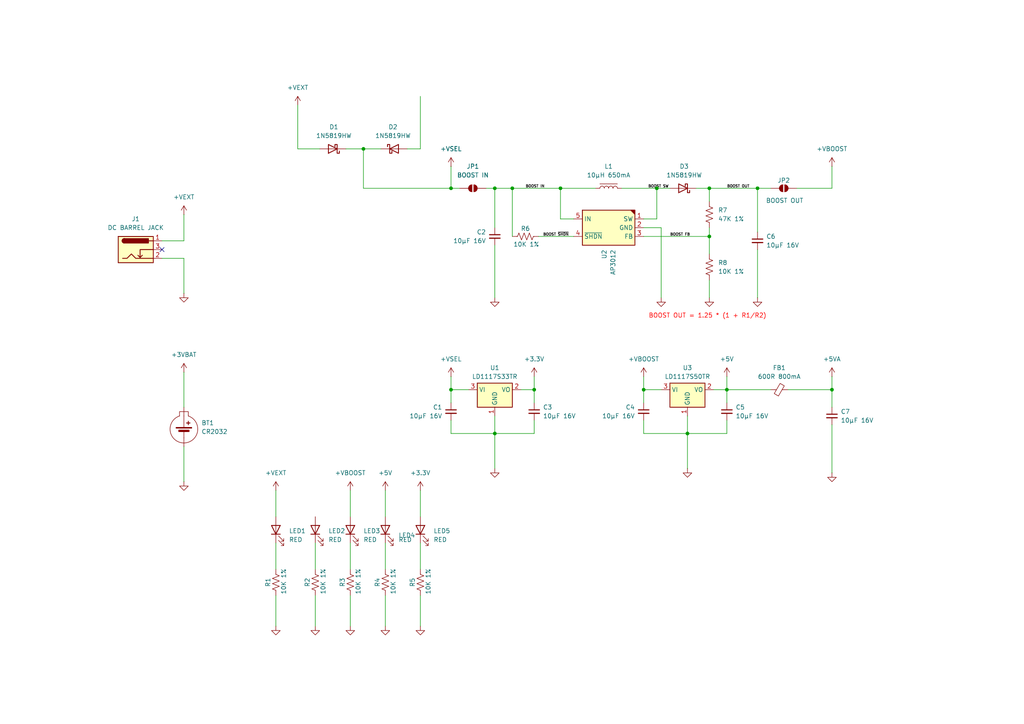
<source format=kicad_sch>
(kicad_sch (version 20231120) (generator "eeschema") (generator_version "8.0")
  (paper "A4")
  (lib_symbols
    (symbol "EMBARCADOS_-_CURSO_PCB[1]:+5V" (power) (pin_numbers hide) (pin_names (offset 0) hide)
      (property "Value" "+5V" (at 0 3.556 0))
      (symbol "+5V_0_1"
        (polyline (pts (xy -0.762 1.27) (xy 0 2.54)))
        (polyline (pts (xy 0 0) (xy 0 2.54)))
        (polyline (pts (xy 0 2.54) (xy 0.762 1.27)))
      )
      (symbol "+5V_1_1"
        (pin power_in line (at 0 0 90) (length 0) (name "~") (number "1"))
      )
    )
    (symbol "EMBARCADOS_-_CURSO_PCB[1]:AUX JUMPER SOLDER OPEN" (pin_numbers hide) (pin_names (offset 0) hide) (exclude_from_sim yes) (in_bom no)
      (property "Reference" "JP" (at 0 2.032 0))
      (property "Value" "SolderJumper_2_Open" (at 0 -2.54 0))
      (symbol "AUX JUMPER SOLDER OPEN_0_1"
        (arc (start -0.254 1.016) (mid -1.2656 0) (end -0.254 -1.016))
        (arc (start -0.254 1.016) (mid -1.2656 0) (end -0.254 -1.016) (fill (type outline)))
        (polyline (pts (xy -0.254 1.016) (xy -0.254 -1.016)))
        (polyline (pts (xy 0.254 1.016) (xy 0.254 -1.016)))
        (arc (start 0.254 -1.016) (mid 1.2656 0) (end 0.254 1.016))
        (arc (start 0.254 -1.016) (mid 1.2656 0) (end 0.254 1.016) (fill (type outline)))
      )
      (symbol "AUX JUMPER SOLDER OPEN_1_1"
        (pin passive line (at -3.81 0 0) (length 2.54) (name "A") (number "1"))
        (pin passive line (at 3.81 0 180) (length 2.54) (name "B") (number "2"))
      )
    )
    (symbol "EMBARCADOS_-_CURSO_PCB[1]:BATTERY HOLDER CR2032" (pin_numbers hide) (pin_names (offset 0) hide)
      (property "Reference" "BT" (at 4.318 1.27 0))
      (property "Value" "CR2032" (at 4.318 -1.27 0))
      (symbol "BATTERY HOLDER CR2032_0_1"
        (rectangle (start -2.286 0.508) (end 2.286 0.254) (fill (type outline)))
        (rectangle (start -1.524 -0.254) (end 1.524 -0.762) (fill (type outline)))
        (arc (start -1.27 3.81) (mid 0 -4.0161) (end 1.27 3.81))
        (polyline (pts (xy 0 -0.508) (xy 0 -2.54)))
        (polyline (pts (xy 0 0.508) (xy 0 3.81)))
        (polyline (pts (xy 0.762 1.778) (xy 1.778 1.778)) (stroke (width 0.254)))
        (polyline (pts (xy 1.27 2.286) (xy 1.27 1.27)) (stroke (width 0.254)))
        (polyline (pts (xy -1.27 3.81) (xy -1.27 5.08) (xy 1.27 5.08) (xy 1.27 3.81)))
      )
      (symbol "BATTERY HOLDER CR2032_1_1"
        (pin passive line (at 0 6.35 270) (length 2.54) (name "+") (number "1"))
        (pin passive line (at 0 -5.08 90) (length 2.54) (name "-") (number "2"))
      )
    )
    (symbol "EMBARCADOS_-_CURSO_PCB[1]:CAP 0805 10uF 16V AVX KGM21AR71C106K" (pin_numbers hide) (pin_names (offset 0.254) hide)
      (property "Reference" "C" (at 0.254 1.778 0))
      (property "Value" "10µF 16V" (at 0.254 -2.032 0))
      (symbol "CAP 0805 10uF 16V AVX KGM21AR71C106K_0_1"
        (polyline (pts (xy -1.524 -0.508) (xy 1.524 -0.508)) (stroke (width 0.3302)))
        (polyline (pts (xy -1.524 0.508) (xy 1.524 0.508)) (stroke (width 0.3048)))
      )
      (symbol "CAP 0805 10uF 16V AVX KGM21AR71C106K_1_1"
        (pin passive line (at 0 2.54 270) (length 2.032) (name "~") (number "1"))
        (pin passive line (at 0 -2.54 90) (length 2.032) (name "~") (number "2"))
      )
    )
    (symbol "EMBARCADOS_-_CURSO_PCB[1]:CONN DC BARREL JACK WÜRTH ELEKTRONIK 694108301002" (pin_names hide)
      (property "Reference" "J" (at 0 5.334 0))
      (property "Value" "DC BARREL JACK" (at 0 -5.08 0))
      (symbol "CONN DC BARREL JACK WÜRTH ELEKTRONIK 694108301002_0_1"
        (rectangle (start -5.08 3.81) (end 5.08 -3.81) (stroke (width 0.254)) (fill (type background)))
        (arc (start -3.302 3.175) (mid -3.9343 2.54) (end -3.302 1.905) (stroke (width 0.254)))
        (arc (start -3.302 3.175) (mid -3.9343 2.54) (end -3.302 1.905) (stroke (width 0.254)) (fill (type outline)))
        (polyline (pts (xy 1.27 -2.286) (xy 1.905 -1.651)) (stroke (width 0.254)))
        (polyline (pts (xy 5.08 2.54) (xy 3.81 2.54)) (stroke (width 0.254)))
        (polyline (pts (xy 5.08 0) (xy 1.27 0) (xy 1.27 -2.286) (xy 0.635 -1.651)) (stroke (width 0.254)))
        (polyline (pts (xy -3.81 -2.54) (xy -2.54 -2.54) (xy -1.27 -1.27) (xy 0 -2.54) (xy 2.54 -2.54) (xy 5.08 -2.54)) (stroke (width 0.254)))
        (rectangle (start 3.683 3.175) (end -3.302 1.905) (stroke (width 0.254)) (fill (type outline)))
      )
      (symbol "CONN DC BARREL JACK WÜRTH ELEKTRONIK 694108301002_1_1"
        (pin passive line (at 7.62 2.54 180) (length 2.54) (name "~") (number "1"))
        (pin passive line (at 7.62 -2.54 180) (length 2.54) (name "~") (number "2"))
        (pin passive line (at 7.62 0 180) (length 2.54) (name "~") (number "3"))
      )
    )
    (symbol "EMBARCADOS_-_CURSO_PCB[1]:DIODE SCHOTTKY 1N5819WS SOD-123 DIODES INC" (pin_numbers hide) (pin_names (offset 1.016) hide)
      (property "Reference" "D" (at 0 2.54 0))
      (property "Value" "1N5819HW" (at 0 -2.54 0))
      (symbol "DIODE SCHOTTKY 1N5819WS SOD-123 DIODES INC_0_1"
        (polyline (pts (xy 1.27 0) (xy -1.27 0)))
        (polyline (pts (xy 1.27 1.27) (xy 1.27 -1.27) (xy -1.27 0) (xy 1.27 1.27)) (stroke (width 0.254)))
        (polyline (pts (xy -1.905 0.635) (xy -1.905 1.27) (xy -1.27 1.27) (xy -1.27 -1.27) (xy -0.635 -1.27) (xy -0.635 -0.635)) (stroke (width 0.254)))
      )
      (symbol "DIODE SCHOTTKY 1N5819WS SOD-123 DIODES INC_1_1"
        (pin passive line (at -3.81 0 0) (length 2.54) (name "K") (number "1"))
        (pin passive line (at 3.81 0 180) (length 2.54) (name "A") (number "2"))
      )
    )
    (symbol "EMBARCADOS_-_CURSO_PCB[1]:FB 0603 600R 800mA WÜRTH ELEKTRONIK  742792651" (pin_numbers hide) (pin_names (offset 0))
      (property "Reference" "FB" (at 1.905 1.27 0))
      (property "Value" "600R 800mA" (at 1.905 -1.27 0))
      (symbol "FB 0603 600R 800mA WÜRTH ELEKTRONIK  742792651_0_1"
        (polyline (pts (xy 0 -1.27) (xy 0 -0.7874)))
        (polyline (pts (xy 0 0.889) (xy 0 1.2954)))
        (polyline (pts (xy -1.8288 0.2794) (xy -1.1176 1.4986) (xy 1.8288 -0.2032) (xy 1.1176 -1.4224) (xy -1.8288 0.2794)))
      )
      (symbol "FB 0603 600R 800mA WÜRTH ELEKTRONIK  742792651_1_1"
        (pin passive line (at 0 2.54 270) (length 1.27) (name "~") (number "1"))
        (pin passive line (at 0 -2.54 90) (length 1.27) (name "~") (number "2"))
      )
    )
    (symbol "EMBARCADOS_-_CURSO_PCB[1]:IC DC-DC BOOST AP3012 DIODES"
      (property "Reference" "U" (at 0 6.35 0))
      (property "Value" "AP3012" (at 0 -6.35 0))
      (symbol "IC DC-DC BOOST AP3012 DIODES_0_1"
        (rectangle (start -7.62 5.08) (end 7.62 -5.08) (stroke (width 0.254)) (fill (type background)))
      )
      (symbol "IC DC-DC BOOST AP3012 DIODES_1_1"
        (polyline (pts (xy -7.62 5.08) (xy -6.35 5.08) (xy -7.62 3.81)) (fill (type outline)))
        (pin passive line (at -10.16 2.54 0) (length 2.54) (name "SW") (number "1"))
        (pin power_in line (at -10.16 0 0) (length 2.54) (name "GND") (number "2"))
        (pin input line (at -10.16 -2.54 0) (length 2.54) (name "FB") (number "3"))
        (pin input line (at 10.16 -2.54 180) (length 2.54) (name "~{SHDN}") (number "4"))
        (pin power_in line (at 10.16 2.54 180) (length 2.54) (name "IN") (number "5"))
      )
    )
    (symbol "EMBARCADOS_-_CURSO_PCB[1]:IC DC-DC LDO LD1117S33TR SOT223"
      (property "Reference" "U" (at -3.81 3.175 0))
      (property "Value" "LD1117S33TR" (at 0 3.175 0))
      (symbol "IC DC-DC LDO LD1117S33TR SOT223_0_1"
        (rectangle (start -5.08 -5.08) (end 5.08 1.905) (stroke (width 0.254)) (fill (type background)))
      )
      (symbol "IC DC-DC LDO LD1117S33TR SOT223_1_1"
        (pin power_in line (at 0 -7.62 90) (length 2.54) (name "GND") (number "1"))
        (pin power_out line (at 7.62 0 180) (length 2.54) (name "VO") (number "2"))
        (pin power_in line (at -7.62 0 0) (length 2.54) (name "VI") (number "3"))
      )
    )
    (symbol "EMBARCADOS_-_CURSO_PCB[1]:IC DC-DC LDO LD1117S50TR SOT223"
      (property "Reference" "U" (at -3.81 3.175 0))
      (property "Value" "LD1117S50TR" (at 0 3.175 0))
      (symbol "IC DC-DC LDO LD1117S50TR SOT223_0_1"
        (rectangle (start -5.08 -5.08) (end 5.08 1.905) (stroke (width 0.254)) (fill (type background)))
      )
      (symbol "IC DC-DC LDO LD1117S50TR SOT223_1_1"
        (pin power_in line (at 0 -7.62 90) (length 2.54) (name "GND") (number "1"))
        (pin power_out line (at 7.62 0 180) (length 2.54) (name "VO") (number "2"))
        (pin power_in line (at -7.62 0 0) (length 2.54) (name "VI") (number "3"))
      )
    )
    (symbol "EMBARCADOS_-_CURSO_PCB[1]:IND 2.5x2.0 10µH 650mA WÜRTH ELEKTRONIK 74404024100 " (pin_numbers hide) (pin_names (offset 1.016) hide)
      (property "Reference" "L" (at -1.27 0 90))
      (property "Value" "10µH 650mA" (at 2.794 0 90))
      (symbol "IND 2.5x2.0 10µH 650mA WÜRTH ELEKTRONIK 74404024100 _0_1"
        (arc (start 0 -2.54) (mid 0.6323 -1.905) (end 0 -1.27))
        (arc (start 0 -1.27) (mid 0.6323 -0.635) (end 0 0))
        (polyline (pts (xy 1.27 2.54) (xy 1.27 -2.54)))
        (arc (start 0 0) (mid 0.6323 0.635) (end 0 1.27))
        (arc (start 0 1.27) (mid 0.6323 1.905) (end 0 2.54))
      )
      (symbol "IND 2.5x2.0 10µH 650mA WÜRTH ELEKTRONIK 74404024100 _1_1"
        (pin passive line (at 0 3.81 270) (length 1.27) (name "1") (number "1"))
        (pin passive line (at 0 -3.81 90) (length 1.27) (name "2") (number "2"))
      )
    )
    (symbol "EMBARCADOS_-_CURSO_PCB[1]:LED 0603 RED WÜRTH ELEKTRONIK 150060SS55040 " (pin_numbers hide) (pin_names (offset 1.016) hide)
      (property "Reference" "LED" (at 0 2.54 0))
      (property "Value" "RED" (at 0 -2.54 0))
      (symbol "LED 0603 RED WÜRTH ELEKTRONIK 150060SS55040 _0_1"
        (polyline (pts (xy -1.27 -1.27) (xy -1.27 1.27)) (stroke (width 0.254)))
        (polyline (pts (xy -1.27 0) (xy 1.27 0)))
        (polyline (pts (xy 1.27 -1.27) (xy 1.27 1.27) (xy -1.27 0) (xy 1.27 -1.27)) (stroke (width 0.254)))
        (polyline (pts (xy -3.048 -0.762) (xy -4.572 -2.286) (xy -3.81 -2.286) (xy -4.572 -2.286) (xy -4.572 -1.524)))
        (polyline (pts (xy -1.778 -0.762) (xy -3.302 -2.286) (xy -2.54 -2.286) (xy -3.302 -2.286) (xy -3.302 -1.524)))
      )
      (symbol "LED 0603 RED WÜRTH ELEKTRONIK 150060SS55040 _1_1"
        (pin passive line (at -3.81 0 0) (length 2.54) (name "K") (number "1"))
        (pin passive line (at 3.81 0 180) (length 2.54) (name "A") (number "2"))
      )
    )
    (symbol "EMBARCADOS_-_CURSO_PCB[1]:POWER GND" (power) (pin_numbers hide) (pin_names (offset 0) hide)
      (property "Value" "POWER GND" (at 0 -3.81 0))
      (symbol "POWER GND_0_1"
        (polyline (pts (xy 0 0) (xy 0 -1.27) (xy 1.27 -1.27) (xy 0 -2.54) (xy -1.27 -1.27) (xy 0 -1.27)))
      )
      (symbol "POWER GND_1_1"
        (pin power_in line (at 0 0 270) (length 0) (name "~") (number "1"))
      )
    )
    (symbol "EMBARCADOS_-_CURSO_PCB[1]:RES 0603 10K 1% VISHAY CRCW060310K0FK " (pin_numbers hide) (pin_names (offset 0))
      (property "Reference" "R" (at 2.54 0 90))
      (property "Value" "10K 1%" (at -2.54 0 90))
      (symbol "RES 0603 10K 1% VISHAY CRCW060310K0FK _0_1"
        (polyline (pts (xy 0 -2.286) (xy 0 -2.54)))
        (polyline (pts (xy 0 2.286) (xy 0 2.54)))
        (polyline (pts (xy 0 -0.762) (xy 1.016 -1.143) (xy 0 -1.524) (xy -1.016 -1.905) (xy 0 -2.286)))
        (polyline (pts (xy 0 0.762) (xy 1.016 0.381) (xy 0 0) (xy -1.016 -0.381) (xy 0 -0.762)))
        (polyline (pts (xy 0 2.286) (xy 1.016 1.905) (xy 0 1.524) (xy -1.016 1.143) (xy 0 0.762)))
      )
      (symbol "RES 0603 10K 1% VISHAY CRCW060310K0FK _1_1"
        (pin passive line (at 0 3.81 270) (length 1.27) (name "~") (number "1"))
        (pin passive line (at 0 -3.81 90) (length 1.27) (name "~") (number "2"))
      )
    )
    (symbol "EMBARCADOS_-_CURSO_PCB[1]:RES 0603 47K 1% VISHAY CRCW060347K0FK" (pin_numbers hide) (pin_names (offset 0))
      (property "Reference" "R" (at 2.54 0 90))
      (property "Value" "47K 1%" (at -2.54 0 90))
      (symbol "RES 0603 47K 1% VISHAY CRCW060347K0FK_0_1"
        (polyline (pts (xy 0 -2.286) (xy 0 -2.54)))
        (polyline (pts (xy 0 2.286) (xy 0 2.54)))
        (polyline (pts (xy 0 -0.762) (xy 1.016 -1.143) (xy 0 -1.524) (xy -1.016 -1.905) (xy 0 -2.286)))
        (polyline (pts (xy 0 0.762) (xy 1.016 0.381) (xy 0 0) (xy -1.016 -0.381) (xy 0 -0.762)))
        (polyline (pts (xy 0 2.286) (xy 1.016 1.905) (xy 0 1.524) (xy -1.016 1.143) (xy 0 0.762)))
      )
      (symbol "RES 0603 47K 1% VISHAY CRCW060347K0FK_1_1"
        (pin passive line (at 0 3.81 270) (length 1.27) (name "~") (number "1"))
        (pin passive line (at 0 -3.81 90) (length 1.27) (name "~") (number "2"))
      )
    )
  )
  (junction (at 130.81 54.61))
  (junction (at 154.94 113.03))
  (junction (at 130.81 113.03))
  (junction (at 205.74 54.61))
  (junction (at 219.71 54.61))
  (junction (at 199.39 125.73))
  (junction (at 210.82 113.03))
  (junction (at 186.69 113.03))
  (junction (at 205.74 68.58))
  (junction (at 190.5 54.61))
  (junction (at 143.51 54.61))
  (junction (at 148.59 54.61))
  (junction (at 143.51 125.73))
  (junction (at 105.41 43.18))
  (junction (at 241.3 113.03))
  (junction (at 162.56 54.61))
  (no_connect (at 46.99 72.39))
  (wire (pts (xy 190.5 54.61) (xy 194.31 54.61)))
  (wire (pts (xy 166.37 63.5) (xy 162.56 63.5)))
  (wire (pts (xy 205.74 81.28) (xy 205.74 86.36)))
  (wire (pts (xy 130.81 113.03) (xy 130.81 109.22)))
  (wire (pts (xy 86.36 30.48) (xy 86.36 43.18)))
  (wire (pts (xy 140.97 54.61) (xy 143.51 54.61)))
  (wire (pts (xy 143.51 71.12) (xy 143.51 86.36)))
  (wire (pts (xy 80.01 172.72) (xy 80.01 181.61)))
  (wire (pts (xy 46.99 69.85) (xy 53.34 69.85)))
  (wire (pts (xy 231.14 54.61) (xy 241.3 54.61)))
  (wire (pts (xy 186.69 125.73) (xy 199.39 125.73)))
  (wire (pts (xy 191.77 66.04) (xy 191.77 86.36)))
  (wire (pts (xy 210.82 109.22) (xy 210.82 113.03)))
  (wire (pts (xy 53.34 129.54) (xy 53.34 139.7)))
  (wire (pts (xy 210.82 113.03) (xy 223.52 113.03)))
  (wire (pts (xy 207.01 113.03) (xy 210.82 113.03)))
  (wire (pts (xy 191.77 113.03) (xy 186.69 113.03)))
  (wire (pts (xy 190.5 63.5) (xy 190.5 54.61)))
  (wire (pts (xy 143.51 120.65) (xy 143.51 125.73)))
  (wire (pts (xy 210.82 113.03) (xy 210.82 116.84)))
  (wire (pts (xy 105.41 43.18) (xy 110.49 43.18)))
  (wire (pts (xy 46.99 74.93) (xy 53.34 74.93)))
  (wire (pts (xy 130.81 54.61) (xy 130.81 48.26)))
  (wire (pts (xy 219.71 67.31) (xy 219.71 54.61)))
  (wire (pts (xy 118.11 43.18) (xy 121.92 43.18)))
  (wire (pts (xy 101.6 157.48) (xy 101.6 165.1)))
  (wire (pts (xy 186.69 109.22) (xy 186.69 113.03)))
  (wire (pts (xy 111.76 157.48) (xy 111.76 165.1)))
  (wire (pts (xy 130.81 113.03) (xy 130.81 116.84)))
  (wire (pts (xy 130.81 125.73) (xy 130.81 121.92)))
  (wire (pts (xy 154.94 109.22) (xy 154.94 113.03)))
  (wire (pts (xy 130.81 54.61) (xy 105.41 54.61)))
  (wire (pts (xy 111.76 142.24) (xy 111.76 149.86)))
  (wire (pts (xy 135.89 113.03) (xy 130.81 113.03)))
  (wire (pts (xy 154.94 125.73) (xy 154.94 121.92)))
  (wire (pts (xy 219.71 54.61) (xy 223.52 54.61)))
  (wire (pts (xy 80.01 157.48) (xy 80.01 165.1)))
  (wire (pts (xy 219.71 72.39) (xy 219.71 86.36)))
  (wire (pts (xy 241.3 123.19) (xy 241.3 137.16)))
  (wire (pts (xy 105.41 54.61) (xy 105.41 43.18)))
  (wire (pts (xy 199.39 125.73) (xy 199.39 135.89)))
  (wire (pts (xy 80.01 142.24) (xy 80.01 149.86)))
  (wire (pts (xy 210.82 125.73) (xy 210.82 121.92)))
  (wire (pts (xy 143.51 125.73) (xy 154.94 125.73)))
  (wire (pts (xy 199.39 120.65) (xy 199.39 125.73)))
  (wire (pts (xy 148.59 54.61) (xy 162.56 54.61)))
  (wire (pts (xy 241.3 113.03) (xy 241.3 118.11)))
  (wire (pts (xy 162.56 54.61) (xy 172.72 54.61)))
  (wire (pts (xy 162.56 63.5) (xy 162.56 54.61)))
  (wire (pts (xy 228.6 113.03) (xy 241.3 113.03)))
  (wire (pts (xy 201.93 54.61) (xy 205.74 54.61)))
  (wire (pts (xy 205.74 54.61) (xy 205.74 58.42)))
  (wire (pts (xy 148.59 54.61) (xy 148.59 68.58)))
  (wire (pts (xy 101.6 142.24) (xy 101.6 149.86)))
  (wire (pts (xy 111.76 172.72) (xy 111.76 181.61)))
  (wire (pts (xy 241.3 109.22) (xy 241.3 113.03)))
  (wire (pts (xy 130.81 54.61) (xy 133.35 54.61)))
  (wire (pts (xy 91.44 157.48) (xy 91.44 165.1)))
  (wire (pts (xy 166.37 68.58) (xy 156.21 68.58)))
  (wire (pts (xy 143.51 54.61) (xy 143.51 66.04)))
  (wire (pts (xy 180.34 54.61) (xy 190.5 54.61)))
  (wire (pts (xy 121.92 142.24) (xy 121.92 149.86)))
  (wire (pts (xy 186.69 68.58) (xy 205.74 68.58)))
  (wire (pts (xy 101.6 172.72) (xy 101.6 181.61)))
  (wire (pts (xy 53.34 69.85) (xy 53.34 62.23)))
  (wire (pts (xy 186.69 113.03) (xy 186.69 116.84)))
  (wire (pts (xy 86.36 43.18) (xy 92.71 43.18)))
  (wire (pts (xy 199.39 125.73) (xy 210.82 125.73)))
  (wire (pts (xy 186.69 66.04) (xy 191.77 66.04)))
  (wire (pts (xy 100.33 43.18) (xy 105.41 43.18)))
  (wire (pts (xy 241.3 54.61) (xy 241.3 48.26)))
  (wire (pts (xy 143.51 125.73) (xy 143.51 135.89)))
  (wire (pts (xy 151.13 113.03) (xy 154.94 113.03)))
  (wire (pts (xy 205.74 68.58) (xy 205.74 73.66)))
  (wire (pts (xy 205.74 68.58) (xy 205.74 66.04)))
  (wire (pts (xy 205.74 54.61) (xy 219.71 54.61)))
  (wire (pts (xy 53.34 74.93) (xy 53.34 85.09)))
  (wire (pts (xy 186.69 125.73) (xy 186.69 121.92)))
  (wire (pts (xy 53.34 107.95) (xy 53.34 118.11)))
  (wire (pts (xy 154.94 113.03) (xy 154.94 116.84)))
  (wire (pts (xy 121.92 27.94) (xy 121.92 43.18)))
  (wire (pts (xy 91.44 172.72) (xy 91.44 181.61)))
  (wire (pts (xy 121.92 157.48) (xy 121.92 165.1)))
  (wire (pts (xy 130.81 125.73) (xy 143.51 125.73)))
  (wire (pts (xy 186.69 63.5) (xy 190.5 63.5)))
  (wire (pts (xy 121.92 172.72) (xy 121.92 181.61)))
  (wire (pts (xy 143.51 54.61) (xy 148.59 54.61)))
  (text "BOOST OUT = 1.25 * (1 + R1/R2)" (at 205.232 91.694 0) (effects (font (size 1.27 1.27))))
  (label "BOOST ~{SHDN}" (at 157.48 68.58 0) (effects (font (size 0.762 0.762))))
  (label "BOOST OUT" (at 210.82 54.61 0) (effects (font (size 0.762 0.762))))
  (label "BOOST FB" (at 194.31 68.58 0) (effects (font (size 0.762 0.762))))
  (label "BOOST SW" (at 187.96 54.61 0) (effects (font (size 0.762 0.762))))
  (label "BOOST IN" (at 152.4 54.61 0) (effects (font (size 0.762 0.762))))
  (symbol (lib_id "EMBARCADOS_-_CURSO_PCB[1]:+5V") (at 130.81 109.22 0) (unit 1)
    (property "Reference" "#PWR016" (effects (hide yes)))
    (property "Value" "+VSEL" (at 130.81 104.14 0))
    (property "Description" "Power symbol creates a global label with name \"+5V\"" (effects (hide yes)))
  )
  (symbol (lib_id "EMBARCADOS_-_CURSO_PCB[1]:LED 0603 RED WÜRTH ELEKTRONIK 150060SS55040 ") (at 80.01 153.67 90) (unit 1)
    (property "Reference" "LED1" (at 83.82 153.9874 90) (effects (justify right)))
    (property "Value" "RED" (at 83.82 156.5274 90) (effects (justify right)))
    (property "Footprint" "EMBARCADOS - CURSO PCB:LED_0603_1608Metric" (effects (hide yes)))
    (property "Datasheet" "https://www.we-online.com/components/products/datasheet/150060SS55040.pdf" (effects (hide yes)))
    (property "Description" "Light emitting diode" (effects (hide yes)))
    (property "MPN" "150060SS55040 " (effects (hide yes)))
    (property "Manufacturer" "WÜRTH ELEKTRONIK " (effects (hide yes)))
    (property "3D Model" "KiCad" (effects (hide yes)))
    (property "Notes" "-" (effects (hide yes)))
    (property "LCSC Part # " "C128052 " (effects (hide yes)))
    (property "LCSC MPN " "19-213/R6C-AM2P1VY/3T " (effects (hide yes)))
    (property "LCSC MANUFACTURER " "EVERLIGHT " (effects (hide yes)))
  )
  (symbol (lib_id "EMBARCADOS_-_CURSO_PCB[1]:+5V") (at 154.94 109.22 0) (unit 1)
    (property "Reference" "#PWR019" (effects (hide yes)))
    (property "Value" "+3.3V" (at 154.94 104.14 0))
    (property "Description" "Power symbol creates a global label with name \"+5V\"" (effects (hide yes)))
  )
  (symbol (lib_id "EMBARCADOS_-_CURSO_PCB[1]:LED 0603 RED WÜRTH ELEKTRONIK 150060SS55040 ") (at 101.6 153.67 90) (unit 1)
    (property "Reference" "LED3" (at 105.41 153.9874 90) (effects (justify right)))
    (property "Value" "RED" (at 105.41 156.5274 90) (effects (justify right)))
    (property "Footprint" "EMBARCADOS - CURSO PCB:LED_0603_1608Metric" (effects (hide yes)))
    (property "Datasheet" "https://www.we-online.com/components/products/datasheet/150060SS55040.pdf" (effects (hide yes)))
    (property "Description" "Light emitting diode" (effects (hide yes)))
    (property "MPN" "150060SS55040 " (effects (hide yes)))
    (property "Manufacturer" "WÜRTH ELEKTRONIK " (effects (hide yes)))
    (property "3D Model" "KiCad" (effects (hide yes)))
    (property "Notes" "-" (effects (hide yes)))
    (property "LCSC Part # " "C128052 " (effects (hide yes)))
    (property "LCSC MPN " "19-213/R6C-AM2P1VY/3T " (effects (hide yes)))
    (property "LCSC MANUFACTURER " "EVERLIGHT " (effects (hide yes)))
  )
  (symbol (lib_id "EMBARCADOS_-_CURSO_PCB[1]:CAP 0805 10uF 16V AVX KGM21AR71C106K") (at 154.94 119.38 0) (unit 1)
    (property "Reference" "C3" (at 157.48 118.1162 0) (effects (justify left)))
    (property "Value" "10µF 16V" (at 157.48 120.6562 0) (effects (justify left)))
    (property "Footprint" "EMBARCADOS - CURSO PCB:C_0805_2012Metric" (effects (hide yes)))
    (property "Datasheet" "https://datasheets.kyocera-avx.com/KGM_X7R.pdf" (effects (hide yes)))
    (property "Description" "CAP 0805 10uF 16V AVX" (effects (hide yes)))
    (property "MPN" "KGM21AR71C106K " (effects (hide yes)))
    (property "Manufacturer" "KYOCERA/AVX " (effects (hide yes)))
    (property "3D Model" "KiCad" (effects (hide yes)))
    (property "Notes" "-" (effects (hide yes)))
    (property "LCSC Part # " "C15850 " (effects (hide yes)))
    (property "LCSC MPN " "CL21A106KAYNNNE " (effects (hide yes)))
    (property "LCSC MANUFACTURER " "SAMSUNG " (effects (hide yes)))
  )
  (symbol (lib_id "EMBARCADOS_-_CURSO_PCB[1]:AUX JUMPER SOLDER OPEN") (at 227.33 54.61 0) (unit 1) (exclude_from_sim yes) (in_bom no)
    (property "Reference" "JP2" (at 227.33 52.324 0))
    (property "Value" "BOOST OUT" (at 227.584 58.166 0))
    (property "Footprint" "EMBARCADOS - CURSO PCB:SolderJumper-2_P1.3mm_Open_RoundedPad1.0x1.5mm" (effects (hide yes)))
    (property "Description" "Solder Jumper, 2-pole, open" (effects (hide yes)))
  )
  (symbol (lib_id "EMBARCADOS_-_CURSO_PCB[1]:LED 0603 RED WÜRTH ELEKTRONIK 150060SS55040 ") (at 121.92 153.67 90) (unit 1)
    (property "Reference" "LED5" (at 125.73 153.9874 90) (effects (justify right)))
    (property "Value" "RED" (at 125.73 156.5274 90) (effects (justify right)))
    (property "Footprint" "EMBARCADOS - CURSO PCB:LED_0603_1608Metric" (effects (hide yes)))
    (property "Datasheet" "https://www.we-online.com/components/products/datasheet/150060SS55040.pdf" (effects (hide yes)))
    (property "Description" "Light emitting diode" (effects (hide yes)))
    (property "MPN" "150060SS55040 " (effects (hide yes)))
    (property "Manufacturer" "WÜRTH ELEKTRONIK " (effects (hide yes)))
    (property "3D Model" "KiCad" (effects (hide yes)))
    (property "Notes" "-" (effects (hide yes)))
    (property "LCSC Part # " "C128052 " (effects (hide yes)))
    (property "LCSC MPN " "19-213/R6C-AM2P1VY/3T " (effects (hide yes)))
    (property "LCSC MANUFACTURER " "EVERLIGHT " (effects (hide yes)))
  )
  (symbol (lib_id "EMBARCADOS_-_CURSO_PCB[1]:POWER GND") (at 143.51 86.36 0) (unit 1)
    (property "Reference" "#PWR017" (effects (hide yes)))
    (property "Value" "GND" (effects (hide yes)))
    (property "Description" "Power symbol creates a global label with name \"GND\" , ground" (effects (hide yes)))
  )
  (symbol (lib_id "EMBARCADOS_-_CURSO_PCB[1]:+5V") (at 210.82 109.22 0) (unit 1)
    (property "Reference" "#PWR024" (effects (hide yes)))
    (property "Value" "+5V" (at 210.82 104.14 0))
    (property "Description" "Power symbol creates a global label with name \"+5V\"" (effects (hide yes)))
  )
  (symbol (lib_id "EMBARCADOS_-_CURSO_PCB[1]:CAP 0805 10uF 16V AVX KGM21AR71C106K") (at 210.82 119.38 0) (unit 1)
    (property "Reference" "C5" (at 213.36 118.1162 0) (effects (justify left)))
    (property "Value" "10µF 16V" (at 213.36 120.6562 0) (effects (justify left)))
    (property "Footprint" "EMBARCADOS - CURSO PCB:C_0805_2012Metric" (effects (hide yes)))
    (property "Datasheet" "https://datasheets.kyocera-avx.com/KGM_X7R.pdf" (effects (hide yes)))
    (property "Description" "CAP 0805 10uF 16V AVX" (effects (hide yes)))
    (property "MPN" "KGM21AR71C106K " (effects (hide yes)))
    (property "Manufacturer" "KYOCERA/AVX " (effects (hide yes)))
    (property "3D Model" "KiCad" (effects (hide yes)))
    (property "Notes" "-" (effects (hide yes)))
    (property "LCSC Part # " "C15850 " (effects (hide yes)))
    (property "LCSC MPN " "CL21A106KAYNNNE " (effects (hide yes)))
    (property "LCSC MANUFACTURER " "SAMSUNG " (effects (hide yes)))
  )
  (symbol (lib_id "EMBARCADOS_-_CURSO_PCB[1]:IC DC-DC BOOST AP3012 DIODES") (at 176.53 66.04 0) (mirror y) (unit 1)
    (property "Reference" "U2" (at 175.2599 72.39 90) (effects (justify right)))
    (property "Value" "AP3012" (at 177.7999 72.39 90) (effects (justify right)))
    (property "Footprint" "EMBARCADOS - CURSO PCB:SOT-23-5" (effects (hide yes)))
    (property "Datasheet" "https://www.diodes.com/datasheet/download/AP3012.pdf" (effects (hide yes)))
    (property "Description" "500mA, Adjustable Step-Up Voltage Regulator, 1.5MHz Frequency, SOT-23-5" (effects (hide yes)))
    (property "MPN" "AP3012KTR-E1" (effects (hide yes)))
    (property "Manufacturer" "DIODES INCORPORATED " (effects (hide yes)))
    (property "3D Model" "KiCad" (effects (hide yes)))
    (property "Notes" "-" (effects (hide yes)))
    (property "LCSC Part # " "C460356 " (effects (hide yes)))
    (property "LCSC MPN " "AP3012KTR-E1 " (effects (hide yes)))
    (property "LCSC MANUFACTURER " "DIODES INCORPORATED " (effects (hide yes)))
  )
  (symbol (lib_id "EMBARCADOS_-_CURSO_PCB[1]:+5V") (at 186.69 109.22 0) (unit 1)
    (property "Reference" "#PWR020" (effects (hide yes)))
    (property "Value" "+VBOOST" (at 186.69 104.14 0))
    (property "Description" "Power symbol creates a global label with name \"+5V\"" (effects (hide yes)))
  )
  (symbol (lib_id "EMBARCADOS_-_CURSO_PCB[1]:CONN DC BARREL JACK WÜRTH ELEKTRONIK 694108301002") (at 39.37 72.39 0) (unit 1)
    (property "Reference" "J1" (at 39.37 63.5 0))
    (property "Value" "DC BARREL JACK" (at 39.37 66.04 0))
    (property "Footprint" "EMBARCADOS - CURSO PCB:BarrelJack_GCT_DCJ200-10-A_Horizontal" (effects (hide yes)))
    (property "Datasheet" "https://www.we-online.com/components/products/datasheet/694108301002.pdf" (effects (hide yes)))
    (property "Description" "DC Barrel Jack with an internal switch" (effects (hide yes)))
    (property "MPN" "694108301002" (effects (hide yes)))
    (property "Manufacturer" "WÜRTH ELEKTRONIK " (effects (hide yes)))
    (property "3D Model" "https://www.we-online.com/components/products/download/Download_IGES_694108301002%20%28rev1%29.iges" (effects (hide yes)))
    (property "Notes" "THRU HOLE" (effects (hide yes)))
    (property "LCSC Part # " "-" (effects (hide yes)))
    (property "LCSC MPN " "-" (effects (hide yes)))
    (property "LCSC MANUFACTURER " "-" (effects (hide yes)))
  )
  (symbol (lib_id "EMBARCADOS_-_CURSO_PCB[1]:POWER GND") (at 111.76 181.61 0) (unit 1)
    (property "Reference" "#PWR012" (effects (hide yes)))
    (property "Value" "GND" (effects (hide yes)))
    (property "Description" "Power symbol creates a global label with name \"GND\" , ground" (effects (hide yes)))
  )
  (symbol (lib_id "EMBARCADOS_-_CURSO_PCB[1]:+5V") (at 101.6 142.24 0) (unit 1)
    (property "Reference" "#PWR09" (effects (hide yes)))
    (property "Value" "+VBOOST" (at 101.6 137.16 0))
    (property "Description" "Power symbol creates a global label with name \"+5V\"" (effects (hide yes)))
  )
  (symbol (lib_id "EMBARCADOS_-_CURSO_PCB[1]:RES 0603 10K 1% VISHAY CRCW060310K0FK ") (at 152.4 68.58 90) (unit 1)
    (property "Reference" "R6" (at 152.4 66.294 90))
    (property "Value" "10K 1%" (at 152.654 70.866 90))
    (property "Footprint" "EMBARCADOS - CURSO PCB:R_0603_1608Metric" (effects (hide yes)))
    (property "Datasheet" "https://www.we-online.com/components/products/datasheet/61300411821.pdf" (effects (hide yes)))
    (property "Description" "RES 0603 10K 1% VISHAY" (effects (hide yes)))
    (property "MPN" "CRCW060310K0FK " (effects (hide yes)))
    (property "Manufacturer" "VISHAY " (effects (hide yes)))
    (property "3D Model" "KiCad" (effects (hide yes)))
    (property "Notes" "-" (effects (hide yes)))
    (property "LCSC Part # " "C25804 " (effects (hide yes)))
    (property "LCSC MPN " "0603WAF1002T5E " (effects (hide yes)))
    (property "LCSC MANUFACTURER " "UNI-ROYAL " (effects (hide yes)))
  )
  (symbol (lib_id "EMBARCADOS_-_CURSO_PCB[1]:POWER GND") (at 205.74 86.36 0) (unit 1)
    (property "Reference" "#PWR023" (effects (hide yes)))
    (property "Value" "GND" (effects (hide yes)))
    (property "Description" "Power symbol creates a global label with name \"GND\" , ground" (effects (hide yes)))
  )
  (symbol (lib_id "EMBARCADOS_-_CURSO_PCB[1]:RES 0603 10K 1% VISHAY CRCW060310K0FK ") (at 101.6 168.91 180) (unit 1)
    (property "Reference" "R3" (at 99.314 168.91 90))
    (property "Value" "10K 1%" (at 103.886 168.656 90))
    (property "Footprint" "EMBARCADOS - CURSO PCB:R_0603_1608Metric" (effects (hide yes)))
    (property "Datasheet" "https://www.we-online.com/components/products/datasheet/61300411821.pdf" (effects (hide yes)))
    (property "Description" "RES 0603 10K 1% VISHAY" (effects (hide yes)))
    (property "MPN" "CRCW060310K0FK " (effects (hide yes)))
    (property "Manufacturer" "VISHAY " (effects (hide yes)))
    (property "3D Model" "KiCad" (effects (hide yes)))
    (property "Notes" "-" (effects (hide yes)))
    (property "LCSC Part # " "C25804 " (effects (hide yes)))
    (property "LCSC MPN " "0603WAF1002T5E " (effects (hide yes)))
    (property "LCSC MANUFACTURER " "UNI-ROYAL " (effects (hide yes)))
  )
  (symbol (lib_id "EMBARCADOS_-_CURSO_PCB[1]:RES 0603 10K 1% VISHAY CRCW060310K0FK ") (at 80.01 168.91 180) (unit 1)
    (property "Reference" "R1" (at 77.724 168.91 90))
    (property "Value" "10K 1%" (at 82.296 168.656 90))
    (property "Footprint" "EMBARCADOS - CURSO PCB:R_0603_1608Metric" (effects (hide yes)))
    (property "Datasheet" "https://www.we-online.com/components/products/datasheet/61300411821.pdf" (effects (hide yes)))
    (property "Description" "RES 0603 10K 1% VISHAY" (effects (hide yes)))
    (property "MPN" "CRCW060310K0FK " (effects (hide yes)))
    (property "Manufacturer" "VISHAY " (effects (hide yes)))
    (property "3D Model" "KiCad" (effects (hide yes)))
    (property "Notes" "-" (effects (hide yes)))
    (property "LCSC Part # " "C25804 " (effects (hide yes)))
    (property "LCSC MPN " "0603WAF1002T5E " (effects (hide yes)))
    (property "LCSC MANUFACTURER " "UNI-ROYAL " (effects (hide yes)))
  )
  (symbol (lib_id "EMBARCADOS_-_CURSO_PCB[1]:CAP 0805 10uF 16V AVX KGM21AR71C106K") (at 241.3 120.65 0) (unit 1)
    (property "Reference" "C7" (at 243.84 119.3862 0) (effects (justify left)))
    (property "Value" "10µF 16V" (at 243.84 121.9262 0) (effects (justify left)))
    (property "Footprint" "EMBARCADOS - CURSO PCB:C_0805_2012Metric" (effects (hide yes)))
    (property "Datasheet" "https://datasheets.kyocera-avx.com/KGM_X7R.pdf" (effects (hide yes)))
    (property "Description" "CAP 0805 10uF 16V AVX" (effects (hide yes)))
    (property "MPN" "KGM21AR71C106K " (effects (hide yes)))
    (property "Manufacturer" "KYOCERA/AVX " (effects (hide yes)))
    (property "3D Model" "KiCad" (effects (hide yes)))
    (property "Notes" "-" (effects (hide yes)))
    (property "LCSC Part # " "C15850 " (effects (hide yes)))
    (property "LCSC MPN " "CL21A106KAYNNNE " (effects (hide yes)))
    (property "LCSC MANUFACTURER " "SAMSUNG " (effects (hide yes)))
  )
  (symbol (lib_id "EMBARCADOS_-_CURSO_PCB[1]:+5V") (at 241.3 109.22 0) (unit 1)
    (property "Reference" "#PWR027" (effects (hide yes)))
    (property "Value" "+5VA" (at 241.3 104.14 0))
    (property "Description" "Power symbol creates a global label with name \"+5V\"" (effects (hide yes)))
  )
  (symbol (lib_id "EMBARCADOS_-_CURSO_PCB[1]:POWER GND") (at 241.3 137.16 0) (unit 1)
    (property "Reference" "#PWR028" (effects (hide yes)))
    (property "Value" "GND" (effects (hide yes)))
    (property "Description" "Power symbol creates a global label with name \"GND\" , ground" (effects (hide yes)))
  )
  (symbol (lib_id "EMBARCADOS_-_CURSO_PCB[1]:+5V") (at 80.01 142.24 0) (unit 1)
    (property "Reference" "#PWR05" (effects (hide yes)))
    (property "Value" "+VEXT" (at 80.01 137.16 0))
    (property "Description" "Power symbol creates a global label with name \"+5V\"" (effects (hide yes)))
  )
  (symbol (lib_id "EMBARCADOS_-_CURSO_PCB[1]:POWER GND") (at 80.01 181.61 0) (unit 1)
    (property "Reference" "#PWR06" (effects (hide yes)))
    (property "Value" "GND" (effects (hide yes)))
    (property "Description" "Power symbol creates a global label with name \"GND\" , ground" (effects (hide yes)))
  )
  (symbol (lib_id "EMBARCADOS_-_CURSO_PCB[1]:AUX JUMPER SOLDER OPEN") (at 137.16 54.61 0) (unit 1) (exclude_from_sim yes) (in_bom no)
    (property "Reference" "JP1" (at 137.16 48.26 0))
    (property "Value" "BOOST IN" (at 137.16 50.8 0))
    (property "Footprint" "EMBARCADOS - CURSO PCB:SolderJumper-2_P1.3mm_Open_RoundedPad1.0x1.5mm" (effects (hide yes)))
    (property "Description" "Solder Jumper, 2-pole, open" (effects (hide yes)))
  )
  (symbol (lib_id "EMBARCADOS_-_CURSO_PCB[1]:DIODE SCHOTTKY 1N5819WS SOD-123 DIODES INC") (at 198.12 54.61 180) (unit 1)
    (property "Reference" "D3" (at 198.4375 48.26 0))
    (property "Value" "1N5819HW" (at 198.4375 50.8 0))
    (property "Footprint" "EMBARCADOS - CURSO PCB:D_SOD-123" (effects (hide yes)))
    (property "Datasheet" "https://www.diodes.com/datasheet/download/1N5819HW.pdf" (effects (hide yes)))
    (property "Description" "40V 600mV@1A 1A SOD-323 Schottky Barrier Diodes, SOD-323" (effects (hide yes)))
    (property "MPN" "1N5819HW-7-F " (effects (hide yes)))
    (property "Manufacturer" "DIODES INCORPORATED " (effects (hide yes)))
    (property "3D Model" "KiCad" (effects (hide yes)))
    (property "Notes" "-" (effects (hide yes)))
    (property "LCSC Part # " "C82544 " (effects (hide yes)))
    (property "LCSC MPN " "1N5819HW-7-F " (effects (hide yes)))
    (property "LCSC MANUFACTURER " "DIODES INCORPORATED " (effects (hide yes)))
  )
  (symbol (lib_id "EMBARCADOS_-_CURSO_PCB[1]:CAP 0805 10uF 16V AVX KGM21AR71C106K") (at 219.71 69.85 0) (unit 1)
    (property "Reference" "C6" (at 222.25 68.5862 0) (effects (justify left)))
    (property "Value" "10µF 16V" (at 222.25 71.1262 0) (effects (justify left)))
    (property "Footprint" "EMBARCADOS - CURSO PCB:C_0805_2012Metric" (effects (hide yes)))
    (property "Datasheet" "https://datasheets.kyocera-avx.com/KGM_X7R.pdf" (effects (hide yes)))
    (property "Description" "CAP 0805 10uF 16V AVX" (effects (hide yes)))
    (property "MPN" "KGM21AR71C106K " (effects (hide yes)))
    (property "Manufacturer" "KYOCERA/AVX " (effects (hide yes)))
    (property "3D Model" "KiCad" (effects (hide yes)))
    (property "Notes" "-" (effects (hide yes)))
    (property "LCSC Part # " "C15850 " (effects (hide yes)))
    (property "LCSC MPN " "CL21A106KAYNNNE " (effects (hide yes)))
    (property "LCSC MANUFACTURER " "SAMSUNG " (effects (hide yes)))
  )
  (symbol (lib_id "EMBARCADOS_-_CURSO_PCB[1]:RES 0603 10K 1% VISHAY CRCW060310K0FK ") (at 111.76 168.91 180) (unit 1)
    (property "Reference" "R4" (at 109.474 168.91 90))
    (property "Value" "10K 1%" (at 114.046 168.656 90))
    (property "Footprint" "EMBARCADOS - CURSO PCB:R_0603_1608Metric" (effects (hide yes)))
    (property "Datasheet" "https://www.we-online.com/components/products/datasheet/61300411821.pdf" (effects (hide yes)))
    (property "Description" "RES 0603 10K 1% VISHAY" (effects (hide yes)))
    (property "MPN" "CRCW060310K0FK " (effects (hide yes)))
    (property "Manufacturer" "VISHAY " (effects (hide yes)))
    (property "3D Model" "KiCad" (effects (hide yes)))
    (property "Notes" "-" (effects (hide yes)))
    (property "LCSC Part # " "C25804 " (effects (hide yes)))
    (property "LCSC MPN " "0603WAF1002T5E " (effects (hide yes)))
    (property "LCSC MANUFACTURER " "UNI-ROYAL " (effects (hide yes)))
  )
  (symbol (lib_id "EMBARCADOS_-_CURSO_PCB[1]:+5V") (at 241.3 48.26 0) (unit 1)
    (property "Reference" "#PWR026" (effects (hide yes)))
    (property "Value" "+VBOOST" (at 241.3 43.18 0))
    (property "Description" "Power symbol creates a global label with name \"+5V\"" (effects (hide yes)))
  )
  (symbol (lib_id "EMBARCADOS_-_CURSO_PCB[1]:IC DC-DC LDO LD1117S50TR SOT223") (at 199.39 113.03 0) (unit 1)
    (property "Reference" "U3" (at 199.39 106.68 0))
    (property "Value" "LD1117S50TR" (at 199.39 109.22 0))
    (property "Footprint" "EMBARCADOS - CURSO PCB:SOT-223-3_TabPin2" (effects (hide yes)))
    (property "Datasheet" "https://www.st.com/resource/en/datasheet/ld1117.pdf" (effects (hide yes)))
    (property "Description" "800mA Fixed Low Drop Positive Voltage Regulator, Fixed Output 5.0V, SOT-223" (effects (hide yes)))
    (property "MPN" "LD1117S50TR " (effects (hide yes)))
    (property "Manufacturer" "STMICROELECTRONICS " (effects (hide yes)))
    (property "3D Model" "KiCad" (effects (hide yes)))
    (property "Notes" "-" (effects (hide yes)))
    (property "LCSC Part # " "C6187 " (effects (hide yes)))
    (property "LCSC MPN " "AMS1117-5.0 " (effects (hide yes)))
    (property "LCSC MANUFACTURER " "ADVANCED MONOLITHIC SYSTEMS " (effects (hide yes)))
  )
  (symbol (lib_id "EMBARCADOS_-_CURSO_PCB[1]:LED 0603 RED WÜRTH ELEKTRONIK 150060SS55040 ") (at 111.76 153.67 90) (unit 1)
    (property "Reference" "LED4" (at 115.57 155.2574 90) (effects (justify right)))
    (property "Value" "RED" (at 115.57 156.5274 90) (effects (justify right)))
    (property "Footprint" "EMBARCADOS - CURSO PCB:LED_0603_1608Metric" (effects (hide yes)))
    (property "Datasheet" "https://www.we-online.com/components/products/datasheet/150060SS55040.pdf" (effects (hide yes)))
    (property "Description" "Light emitting diode" (effects (hide yes)))
    (property "MPN" "150060SS55040 " (effects (hide yes)))
    (property "Manufacturer" "WÜRTH ELEKTRONIK " (effects (hide yes)))
    (property "3D Model" "KiCad" (effects (hide yes)))
    (property "Notes" "-" (effects (hide yes)))
    (property "LCSC Part # " "C128052 " (effects (hide yes)))
    (property "LCSC MPN " "19-213/R6C-AM2P1VY/3T " (effects (hide yes)))
    (property "LCSC MANUFACTURER " "EVERLIGHT " (effects (hide yes)))
  )
  (symbol (lib_id "EMBARCADOS_-_CURSO_PCB[1]:+5V") (at 53.34 62.23 0) (unit 1)
    (property "Reference" "#PWR01" (effects (hide yes)))
    (property "Value" "+VEXT" (at 53.34 57.15 0))
    (property "Description" "Power symbol creates a global label with name \"+5V\"" (effects (hide yes)))
  )
  (symbol (lib_id "EMBARCADOS_-_CURSO_PCB[1]:POWER GND") (at 219.71 86.36 0) (unit 1)
    (property "Reference" "#PWR025" (effects (hide yes)))
    (property "Value" "GND" (effects (hide yes)))
    (property "Description" "Power symbol creates a global label with name \"GND\" , ground" (effects (hide yes)))
  )
  (symbol (lib_id "EMBARCADOS_-_CURSO_PCB[1]:DIODE SCHOTTKY 1N5819WS SOD-123 DIODES INC") (at 96.52 43.18 180) (unit 1)
    (property "Reference" "D1" (at 96.8375 36.83 0))
    (property "Value" "1N5819HW" (at 96.8375 39.37 0))
    (property "Footprint" "EMBARCADOS - CURSO PCB:D_SOD-123" (effects (hide yes)))
    (property "Datasheet" "https://www.diodes.com/datasheet/download/1N5819HW.pdf" (effects (hide yes)))
    (property "Description" "40V 600mV@1A 1A SOD-323 Schottky Barrier Diodes, SOD-323" (effects (hide yes)))
    (property "MPN" "1N5819HW-7-F " (effects (hide yes)))
    (property "Manufacturer" "DIODES INCORPORATED " (effects (hide yes)))
    (property "3D Model" "KiCad" (effects (hide yes)))
    (property "Notes" "-" (effects (hide yes)))
    (property "LCSC Part # " "C82544 " (effects (hide yes)))
    (property "LCSC MPN " "1N5819HW-7-F " (effects (hide yes)))
    (property "LCSC MANUFACTURER " "DIODES INCORPORATED " (effects (hide yes)))
  )
  (symbol (lib_id "EMBARCADOS_-_CURSO_PCB[1]:POWER GND") (at 101.6 181.61 0) (unit 1)
    (property "Reference" "#PWR010" (effects (hide yes)))
    (property "Value" "GND" (effects (hide yes)))
    (property "Description" "Power symbol creates a global label with name \"GND\" , ground" (effects (hide yes)))
  )
  (symbol (lib_id "EMBARCADOS_-_CURSO_PCB[1]:+5V") (at 111.76 142.24 0) (unit 1)
    (property "Reference" "#PWR011" (effects (hide yes)))
    (property "Value" "+5V" (at 111.76 137.16 0))
    (property "Description" "Power symbol creates a global label with name \"+5V\"" (effects (hide yes)))
  )
  (symbol (lib_id "EMBARCADOS_-_CURSO_PCB[1]:FB 0603 600R 800mA WÜRTH ELEKTRONIK  742792651") (at 226.06 113.03 90) (unit 1)
    (property "Reference" "FB1" (at 226.0219 106.68 90))
    (property "Value" "600R 800mA" (at 226.0219 109.22 90))
    (property "Footprint" "EMBARCADOS - CURSO PCB:L_0603_1608Metric" (effects (hide yes)))
    (property "Datasheet" "https://www.we-online.com/components/products/datasheet/742792651.pdf" (effects (hide yes)))
    (property "Description" "Ferrite bead, small symbol" (effects (hide yes)))
    (property "MPN" "742792651 " (effects (hide yes)))
    (property "Manufacturer" "WÜRTH ELEKTRONIK " (effects (hide yes)))
    (property "3D Model" "KiCad" (effects (hide yes)))
    (property "Notes" "-" (effects (hide yes)))
    (property "LCSC Part # " "C963865 " (effects (hide yes)))
    (property "LCSC MPN " "ACMS160808A1213A " (effects (hide yes)))
    (property "LCSC MANUFACTURER " "HYHONGYEX " (effects (hide yes)))
  )
  (symbol (lib_id "EMBARCADOS_-_CURSO_PCB[1]:+5V") (at 121.92 142.24 0) (unit 1)
    (property "Reference" "#PWR013" (effects (hide yes)))
    (property "Value" "+3.3V" (at 121.92 137.16 0))
    (property "Description" "Power symbol creates a global label with name \"+5V\"" (effects (hide yes)))
  )
  (symbol (lib_id "EMBARCADOS_-_CURSO_PCB[1]:DIODE SCHOTTKY 1N5819WS SOD-123 DIODES INC") (at 114.3 43.18 0) (unit 1)
    (property "Reference" "D2" (at 113.9825 36.83 0))
    (property "Value" "1N5819HW" (at 113.9825 39.37 0))
    (property "Footprint" "EMBARCADOS - CURSO PCB:D_SOD-123" (effects (hide yes)))
    (property "Datasheet" "https://www.diodes.com/datasheet/download/1N5819HW.pdf" (effects (hide yes)))
    (property "Description" "40V 600mV@1A 1A SOD-323 Schottky Barrier Diodes, SOD-323" (effects (hide yes)))
    (property "MPN" "1N5819HW-7-F " (effects (hide yes)))
    (property "Manufacturer" "DIODES INCORPORATED " (effects (hide yes)))
    (property "3D Model" "KiCad" (effects (hide yes)))
    (property "Notes" "-" (effects (hide yes)))
    (property "LCSC Part # " "C82544 " (effects (hide yes)))
    (property "LCSC MPN " "1N5819HW-7-F " (effects (hide yes)))
    (property "LCSC MANUFACTURER " "DIODES INCORPORATED " (effects (hide yes)))
  )
  (symbol (lib_id "EMBARCADOS_-_CURSO_PCB[1]:POWER GND") (at 53.34 139.7 0) (unit 1)
    (property "Reference" "#PWR04" (effects (hide yes)))
    (property "Value" "GND" (effects (hide yes)))
    (property "Description" "Power symbol creates a global label with name \"GND\" , ground" (effects (hide yes)))
  )
  (symbol (lib_id "EMBARCADOS_-_CURSO_PCB[1]:+5V") (at 53.34 107.95 0) (unit 1)
    (property "Reference" "#PWR03" (effects (hide yes)))
    (property "Value" "+3VBAT" (at 53.34 102.87 0))
    (property "Description" "Power symbol creates a global label with name \"+5V\"" (effects (hide yes)))
  )
  (symbol (lib_id "EMBARCADOS_-_CURSO_PCB[1]:RES 0603 10K 1% VISHAY CRCW060310K0FK ") (at 121.92 168.91 180) (unit 1)
    (property "Reference" "R5" (at 119.634 168.91 90))
    (property "Value" "10K 1%" (at 124.206 168.656 90))
    (property "Footprint" "EMBARCADOS - CURSO PCB:R_0603_1608Metric" (effects (hide yes)))
    (property "Datasheet" "https://www.we-online.com/components/products/datasheet/61300411821.pdf" (effects (hide yes)))
    (property "Description" "RES 0603 10K 1% VISHAY" (effects (hide yes)))
    (property "MPN" "CRCW060310K0FK " (effects (hide yes)))
    (property "Manufacturer" "VISHAY " (effects (hide yes)))
    (property "3D Model" "KiCad" (effects (hide yes)))
    (property "Notes" "-" (effects (hide yes)))
    (property "LCSC Part # " "C25804 " (effects (hide yes)))
    (property "LCSC MPN " "0603WAF1002T5E " (effects (hide yes)))
    (property "LCSC MANUFACTURER " "UNI-ROYAL " (effects (hide yes)))
  )
  (symbol (lib_id "EMBARCADOS_-_CURSO_PCB[1]:CAP 0805 10uF 16V AVX KGM21AR71C106K") (at 143.51 68.58 0) (mirror y) (unit 1)
    (property "Reference" "C2" (at 140.97 67.3162 0) (effects (justify left)))
    (property "Value" "10µF 16V" (at 140.97 69.8562 0) (effects (justify left)))
    (property "Footprint" "EMBARCADOS - CURSO PCB:C_0805_2012Metric" (effects (hide yes)))
    (property "Datasheet" "https://datasheets.kyocera-avx.com/KGM_X7R.pdf" (effects (hide yes)))
    (property "Description" "CAP 0805 10uF 16V AVX" (effects (hide yes)))
    (property "MPN" "KGM21AR71C106K " (effects (hide yes)))
    (property "Manufacturer" "KYOCERA/AVX " (effects (hide yes)))
    (property "3D Model" "KiCad" (effects (hide yes)))
    (property "Notes" "-" (effects (hide yes)))
    (property "LCSC Part # " "C15850 " (effects (hide yes)))
    (property "LCSC MPN " "CL21A106KAYNNNE " (effects (hide yes)))
    (property "LCSC MANUFACTURER " "SAMSUNG " (effects (hide yes)))
  )
  (symbol (lib_id "EMBARCADOS_-_CURSO_PCB[1]:BATTERY HOLDER CR2032") (at 53.34 124.46 0) (unit 1)
    (property "Reference" "BT1" (at 58.42 122.6579 0) (effects (justify left)))
    (property "Value" "CR2032" (at 58.42 125.1979 0) (effects (justify left)))
    (property "Footprint" "EMBARCADOS - CURSO PCB:BatteryHolder_Keystone_1060_1x2032" (effects (hide yes)))
    (property "Datasheet" "https://www.we-online.com/components/products/datasheet/79527141.pdf" (effects (hide yes)))
    (property "Description" "Single-cell battery" (effects (hide yes)))
    (property "MPN" "79527141" (effects (hide yes)))
    (property "Manufacturer" "WÜRTH ELEKTRONIK " (effects (hide yes)))
    (property "3D Model" "https://www.we-online.com/components/products/download/79527141%20%28rev1%29.igs" (effects (hide yes)))
    (property "Notes" "-" (effects (hide yes)))
    (property "LCSC Part # " "-" (effects (hide yes)))
    (property "LCSC MPN " "-" (effects (hide yes)))
    (property "LCSC MANUFACTURER " "-" (effects (hide yes)))
  )
  (symbol (lib_id "EMBARCADOS_-_CURSO_PCB[1]:POWER GND") (at 143.51 135.89 0) (unit 1)
    (property "Reference" "#PWR018" (effects (hide yes)))
    (property "Value" "GND" (effects (hide yes)))
    (property "Description" "Power symbol creates a global label with name \"GND\" , ground" (effects (hide yes)))
  )
  (symbol (lib_id "EMBARCADOS_-_CURSO_PCB[1]:RES 0603 47K 1% VISHAY CRCW060347K0FK") (at 205.74 62.23 0) (unit 1)
    (property "Reference" "R7" (at 208.28 60.9599 0) (effects (justify left)))
    (property "Value" "47K 1%" (at 208.28 63.4999 0) (effects (justify left)))
    (property "Footprint" "EMBARCADOS - CURSO PCB:R_0603_1608Metric" (effects (hide yes)))
    (property "Datasheet" "https://www.we-online.com/components/products/datasheet/61300411821.pdf" (effects (hide yes)))
    (property "Description" "RES 0603 47K 1% VISHAY" (effects (hide yes)))
    (property "MPN" "CRCW060347K0FK " (effects (hide yes)))
    (property "Manufacturer" "VISHAY " (effects (hide yes)))
    (property "3D Model" "KiCad" (effects (hide yes)))
    (property "Notes" "-" (effects (hide yes)))
    (property "LCSC Part # " "C25819" (effects (hide yes)))
    (property "LCSC MPN " "0603WAF4702T5E" (effects (hide yes)))
    (property "LCSC MANUFACTURER " "UNI-ROYAL " (effects (hide yes)))
  )
  (symbol (lib_id "EMBARCADOS_-_CURSO_PCB[1]:RES 0603 10K 1% VISHAY CRCW060310K0FK ") (at 91.44 168.91 180) (unit 1)
    (property "Reference" "R2" (at 89.154 168.91 90))
    (property "Value" "10K 1%" (at 93.726 168.656 90))
    (property "Footprint" "EMBARCADOS - CURSO PCB:R_0603_1608Metric" (effects (hide yes)))
    (property "Datasheet" "https://www.we-online.com/components/products/datasheet/61300411821.pdf" (effects (hide yes)))
    (property "Description" "RES 0603 10K 1% VISHAY" (effects (hide yes)))
    (property "MPN" "CRCW060310K0FK " (effects (hide yes)))
    (property "Manufacturer" "VISHAY " (effects (hide yes)))
    (property "3D Model" "KiCad" (effects (hide yes)))
    (property "Notes" "-" (effects (hide yes)))
    (property "LCSC Part # " "C25804 " (effects (hide yes)))
    (property "LCSC MPN " "0603WAF1002T5E " (effects (hide yes)))
    (property "LCSC MANUFACTURER " "UNI-ROYAL " (effects (hide yes)))
  )
  (symbol (lib_id "EMBARCADOS_-_CURSO_PCB[1]:IND 2.5x2.0 10µH 650mA WÜRTH ELEKTRONIK 74404024100 ") (at 176.53 54.61 90) (unit 1)
    (property "Reference" "L1" (at 176.53 48.26 90))
    (property "Value" "10µH 650mA" (at 176.53 50.8 90))
    (property "Footprint" "EMBARCADOS - CURSO PCB:WE-LQS SMT Semi-Shielded Power Inductor" (effects (hide yes)))
    (property "Datasheet" "https://www.we-online.com/components/products/datasheet/74404024100.pdf" (effects (hide yes)))
    (property "Description" "IND" (effects (hide yes)))
    (property "MPN" "74404024100 " (effects (hide yes)))
    (property "Manufacturer" "WÜRTH ELEKTRONIK " (effects (hide yes)))
    (property "3D Model" "https://www.we-online.com/components/products/download/WE-LQS_252012%20%28rev1%29.igs" (effects (hide yes)))
    (property "Notes" "-" (effects (hide yes)))
    (property "LCSC Part # " "C520138 " (effects (hide yes)))
    (property "LCSC MPN " "CMLW252012P100MST " (effects (hide yes)))
    (property "LCSC MANUFACTURER " "CYBERMAX " (effects (hide yes)))
  )
  (symbol (lib_id "EMBARCADOS_-_CURSO_PCB[1]:CAP 0805 10uF 16V AVX KGM21AR71C106K") (at 186.69 119.38 0) (mirror y) (unit 1)
    (property "Reference" "C4" (at 184.15 118.1162 0) (effects (justify left)))
    (property "Value" "10µF 16V" (at 184.15 120.6562 0) (effects (justify left)))
    (property "Footprint" "EMBARCADOS - CURSO PCB:C_0805_2012Metric" (effects (hide yes)))
    (property "Datasheet" "https://datasheets.kyocera-avx.com/KGM_X7R.pdf" (effects (hide yes)))
    (property "Description" "CAP 0805 10uF 16V AVX" (effects (hide yes)))
    (property "MPN" "KGM21AR71C106K " (effects (hide yes)))
    (property "Manufacturer" "KYOCERA/AVX " (effects (hide yes)))
    (property "3D Model" "KiCad" (effects (hide yes)))
    (property "Notes" "-" (effects (hide yes)))
    (property "LCSC Part # " "C15850 " (effects (hide yes)))
    (property "LCSC MPN " "CL21A106KAYNNNE " (effects (hide yes)))
    (property "LCSC MANUFACTURER " "SAMSUNG " (effects (hide yes)))
  )
  (symbol (lib_id "EMBARCADOS_-_CURSO_PCB[1]:POWER GND") (at 91.44 181.61 0) (unit 1)
    (property "Reference" "#PWR08" (effects (hide yes)))
    (property "Value" "GND" (effects (hide yes)))
    (property "Description" "Power symbol creates a global label with name \"GND\" , ground" (effects (hide yes)))
  )
  (symbol (lib_id "EMBARCADOS_-_CURSO_PCB[1]:LED 0603 RED WÜRTH ELEKTRONIK 150060SS55040 ") (at 91.44 153.67 90) (unit 1)
    (property "Reference" "LED2" (at 95.25 153.9874 90) (effects (justify right)))
    (property "Value" "RED" (at 95.25 156.5274 90) (effects (justify right)))
    (property "Footprint" "EMBARCADOS - CURSO PCB:LED_0603_1608Metric" (effects (hide yes)))
    (property "Datasheet" "https://www.we-online.com/components/products/datasheet/150060SS55040.pdf" (effects (hide yes)))
    (property "Description" "Light emitting diode" (effects (hide yes)))
    (property "MPN" "150060SS55040 " (effects (hide yes)))
    (property "Manufacturer" "WÜRTH ELEKTRONIK " (effects (hide yes)))
    (property "3D Model" "KiCad" (effects (hide yes)))
    (property "Notes" "-" (effects (hide yes)))
    (property "LCSC Part # " "C128052 " (effects (hide yes)))
    (property "LCSC MPN " "19-213/R6C-AM2P1VY/3T " (effects (hide yes)))
    (property "LCSC MANUFACTURER " "EVERLIGHT " (effects (hide yes)))
  )
  (symbol (lib_id "EMBARCADOS_-_CURSO_PCB[1]:IC DC-DC LDO LD1117S33TR SOT223") (at 143.51 113.03 0) (unit 1)
    (property "Reference" "U1" (at 143.51 106.68 0))
    (property "Value" "LD1117S33TR" (at 143.51 109.22 0))
    (property "Footprint" "EMBARCADOS - CURSO PCB:SOT-223-3_TabPin2" (effects (hide yes)))
    (property "Datasheet" "https://www.st.com/resource/en/datasheet/ld1117.pdf" (effects (hide yes)))
    (property "Description" "800mA Fixed Low Drop Positive Voltage Regulator, Fixed Output 3.3V, SOT-223" (effects (hide yes)))
    (property "MPN" "LD1117S33TR " (effects (hide yes)))
    (property "Manufacturer" "STMICROELECTRONICS " (effects (hide yes)))
    (property "3D Model" "KiCad" (effects (hide yes)))
    (property "Notes" "-" (effects (hide yes)))
    (property "LCSC Part # " "C6186 " (effects (hide yes)))
    (property "LCSC MPN " "AMS1117-3.3 " (effects (hide yes)))
    (property "LCSC MANUFACTURER " "ADVANCED MONOLITHIC SYSTEMS " (effects (hide yes)))
  )
  (symbol (lib_id "EMBARCADOS_-_CURSO_PCB[1]:POWER GND") (at 191.77 86.36 0) (unit 1)
    (property "Reference" "#PWR021" (effects (hide yes)))
    (property "Value" "GND" (effects (hide yes)))
    (property "Description" "Power symbol creates a global label with name \"GND\" , ground" (effects (hide yes)))
  )
  (symbol (lib_id "EMBARCADOS_-_CURSO_PCB[1]:POWER GND") (at 199.39 135.89 0) (unit 1)
    (property "Reference" "#PWR022" (effects (hide yes)))
    (property "Value" "GND" (effects (hide yes)))
    (property "Description" "Power symbol creates a global label with name \"GND\" , ground" (effects (hide yes)))
  )
  (symbol (lib_id "EMBARCADOS_-_CURSO_PCB[1]:RES 0603 10K 1% VISHAY CRCW060310K0FK ") (at 205.74 77.47 0) (unit 1)
    (property "Reference" "R8" (at 208.28 76.1999 0) (effects (justify left)))
    (property "Value" "10K 1%" (at 208.28 78.7399 0) (effects (justify left)))
    (property "Footprint" "EMBARCADOS - CURSO PCB:R_0603_1608Metric" (effects (hide yes)))
    (property "Datasheet" "https://www.we-online.com/components/products/datasheet/61300411821.pdf" (effects (hide yes)))
    (property "Description" "RES 0603 10K 1% VISHAY" (effects (hide yes)))
    (property "MPN" "CRCW060310K0FK " (effects (hide yes)))
    (property "Manufacturer" "VISHAY " (effects (hide yes)))
    (property "3D Model" "KiCad" (effects (hide yes)))
    (property "Notes" "-" (effects (hide yes)))
    (property "LCSC Part # " "C25804 " (effects (hide yes)))
    (property "LCSC MPN " "0603WAF1002T5E " (effects (hide yes)))
    (property "LCSC MANUFACTURER " "UNI-ROYAL " (effects (hide yes)))
  )
  (symbol (lib_id "EMBARCADOS_-_CURSO_PCB[1]:+5V") (at 130.81 48.26 0) (unit 1)
    (property "Reference" "#PWR015" (effects (hide yes)))
    (property "Value" "+VSEL" (at 130.81 43.18 0))
    (property "Description" "Power symbol creates a global label with name \"+5V\"" (effects (hide yes)))
  )
  (symbol (lib_id "EMBARCADOS_-_CURSO_PCB[1]:POWER GND") (at 121.92 181.61 0) (unit 1)
    (property "Reference" "#PWR014" (effects (hide yes)))
    (property "Value" "GND" (effects (hide yes)))
    (property "Description" "Power symbol creates a global label with name \"GND\" , ground" (effects (hide yes)))
  )
  (symbol (lib_id "EMBARCADOS_-_CURSO_PCB[1]:POWER GND") (at 53.34 85.09 0) (unit 1)
    (property "Reference" "#PWR02" (effects (hide yes)))
    (property "Value" "GND" (effects (hide yes)))
    (property "Description" "Power symbol creates a global label with name \"GND\" , ground" (effects (hide yes)))
  )
  (symbol (lib_id "EMBARCADOS_-_CURSO_PCB[1]:+5V") (at 86.36 30.48 0) (unit 1)
    (property "Reference" "#PWR07" (effects (hide yes)))
    (property "Value" "+VEXT" (at 86.36 25.4 0))
    (property "Description" "Power symbol creates a global label with name \"+5V\"" (effects (hide yes)))
  )
  (symbol (lib_id "EMBARCADOS_-_CURSO_PCB[1]:CAP 0805 10uF 16V AVX KGM21AR71C106K") (at 130.81 119.38 0) (mirror y) (unit 1)
    (property "Reference" "C1" (at 128.27 118.1162 0) (effects (justify left)))
    (property "Value" "10µF 16V" (at 128.27 120.6562 0) (effects (justify left)))
    (property "Footprint" "EMBARCADOS - CURSO PCB:C_0805_2012Metric" (effects (hide yes)))
    (property "Datasheet" "https://datasheets.kyocera-avx.com/KGM_X7R.pdf" (effects (hide yes)))
    (property "Description" "CAP 0805 10uF 16V AVX" (effects (hide yes)))
    (property "MPN" "KGM21AR71C106K " (effects (hide yes)))
    (property "Manufacturer" "KYOCERA/AVX " (effects (hide yes)))
    (property "3D Model" "KiCad" (effects (hide yes)))
    (property "Notes" "-" (effects (hide yes)))
    (property "LCSC Part # " "C15850 " (effects (hide yes)))
    (property "LCSC MPN " "CL21A106KAYNNNE " (effects (hide yes)))
    (property "LCSC MANUFACTURER " "SAMSUNG " (effects (hide yes)))
  )
)
</source>
